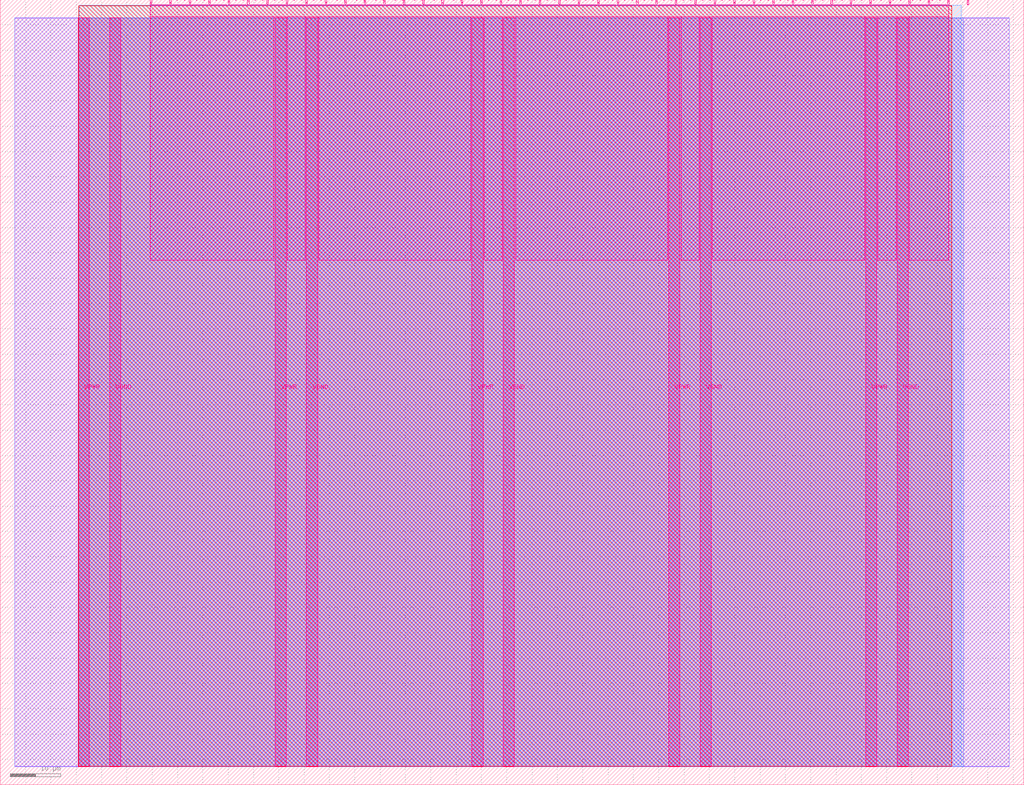
<source format=lef>
VERSION 5.7 ;
  NOWIREEXTENSIONATPIN ON ;
  DIVIDERCHAR "/" ;
  BUSBITCHARS "[]" ;
MACRO tt_um_yuri_panchul_adder_with_flow_control
  CLASS BLOCK ;
  FOREIGN tt_um_yuri_panchul_adder_with_flow_control ;
  ORIGIN 0.000 0.000 ;
  SIZE 202.080 BY 154.980 ;
  PIN VGND
    DIRECTION INOUT ;
    USE GROUND ;
    PORT
      LAYER Metal5 ;
        RECT 21.580 3.560 23.780 151.420 ;
    END
    PORT
      LAYER Metal5 ;
        RECT 60.450 3.560 62.650 151.420 ;
    END
    PORT
      LAYER Metal5 ;
        RECT 99.320 3.560 101.520 151.420 ;
    END
    PORT
      LAYER Metal5 ;
        RECT 138.190 3.560 140.390 151.420 ;
    END
    PORT
      LAYER Metal5 ;
        RECT 177.060 3.560 179.260 151.420 ;
    END
  END VGND
  PIN VPWR
    DIRECTION INOUT ;
    USE POWER ;
    PORT
      LAYER Metal5 ;
        RECT 15.380 3.560 17.580 151.420 ;
    END
    PORT
      LAYER Metal5 ;
        RECT 54.250 3.560 56.450 151.420 ;
    END
    PORT
      LAYER Metal5 ;
        RECT 93.120 3.560 95.320 151.420 ;
    END
    PORT
      LAYER Metal5 ;
        RECT 131.990 3.560 134.190 151.420 ;
    END
    PORT
      LAYER Metal5 ;
        RECT 170.860 3.560 173.060 151.420 ;
    END
  END VPWR
  PIN clk
    DIRECTION INPUT ;
    USE SIGNAL ;
    ANTENNAGATEAREA 0.213200 ;
    PORT
      LAYER Metal5 ;
        RECT 187.050 153.980 187.350 154.980 ;
    END
  END clk
  PIN ena
    DIRECTION INPUT ;
    USE SIGNAL ;
    PORT
      LAYER Metal5 ;
        RECT 190.890 153.980 191.190 154.980 ;
    END
  END ena
  PIN rst_n
    DIRECTION INPUT ;
    USE SIGNAL ;
    ANTENNAGATEAREA 0.527800 ;
    PORT
      LAYER Metal5 ;
        RECT 183.210 153.980 183.510 154.980 ;
    END
  END rst_n
  PIN ui_in[0]
    DIRECTION INPUT ;
    USE SIGNAL ;
    ANTENNAGATEAREA 0.180700 ;
    PORT
      LAYER Metal5 ;
        RECT 179.370 153.980 179.670 154.980 ;
    END
  END ui_in[0]
  PIN ui_in[1]
    DIRECTION INPUT ;
    USE SIGNAL ;
    ANTENNAGATEAREA 0.180700 ;
    PORT
      LAYER Metal5 ;
        RECT 175.530 153.980 175.830 154.980 ;
    END
  END ui_in[1]
  PIN ui_in[2]
    DIRECTION INPUT ;
    USE SIGNAL ;
    ANTENNAGATEAREA 0.180700 ;
    PORT
      LAYER Metal5 ;
        RECT 171.690 153.980 171.990 154.980 ;
    END
  END ui_in[2]
  PIN ui_in[3]
    DIRECTION INPUT ;
    USE SIGNAL ;
    PORT
      LAYER Metal5 ;
        RECT 167.850 153.980 168.150 154.980 ;
    END
  END ui_in[3]
  PIN ui_in[4]
    DIRECTION INPUT ;
    USE SIGNAL ;
    PORT
      LAYER Metal5 ;
        RECT 164.010 153.980 164.310 154.980 ;
    END
  END ui_in[4]
  PIN ui_in[5]
    DIRECTION INPUT ;
    USE SIGNAL ;
    PORT
      LAYER Metal5 ;
        RECT 160.170 153.980 160.470 154.980 ;
    END
  END ui_in[5]
  PIN ui_in[6]
    DIRECTION INPUT ;
    USE SIGNAL ;
    PORT
      LAYER Metal5 ;
        RECT 156.330 153.980 156.630 154.980 ;
    END
  END ui_in[6]
  PIN ui_in[7]
    DIRECTION INPUT ;
    USE SIGNAL ;
    PORT
      LAYER Metal5 ;
        RECT 152.490 153.980 152.790 154.980 ;
    END
  END ui_in[7]
  PIN uio_in[0]
    DIRECTION INPUT ;
    USE SIGNAL ;
    ANTENNAGATEAREA 0.180700 ;
    PORT
      LAYER Metal5 ;
        RECT 148.650 153.980 148.950 154.980 ;
    END
  END uio_in[0]
  PIN uio_in[1]
    DIRECTION INPUT ;
    USE SIGNAL ;
    ANTENNAGATEAREA 0.180700 ;
    PORT
      LAYER Metal5 ;
        RECT 144.810 153.980 145.110 154.980 ;
    END
  END uio_in[1]
  PIN uio_in[2]
    DIRECTION INPUT ;
    USE SIGNAL ;
    ANTENNAGATEAREA 0.180700 ;
    PORT
      LAYER Metal5 ;
        RECT 140.970 153.980 141.270 154.980 ;
    END
  END uio_in[2]
  PIN uio_in[3]
    DIRECTION INPUT ;
    USE SIGNAL ;
    ANTENNAGATEAREA 0.180700 ;
    PORT
      LAYER Metal5 ;
        RECT 137.130 153.980 137.430 154.980 ;
    END
  END uio_in[3]
  PIN uio_in[4]
    DIRECTION INPUT ;
    USE SIGNAL ;
    ANTENNAGATEAREA 0.180700 ;
    PORT
      LAYER Metal5 ;
        RECT 133.290 153.980 133.590 154.980 ;
    END
  END uio_in[4]
  PIN uio_in[5]
    DIRECTION INPUT ;
    USE SIGNAL ;
    ANTENNAGATEAREA 0.180700 ;
    PORT
      LAYER Metal5 ;
        RECT 129.450 153.980 129.750 154.980 ;
    END
  END uio_in[5]
  PIN uio_in[6]
    DIRECTION INPUT ;
    USE SIGNAL ;
    ANTENNAGATEAREA 0.180700 ;
    PORT
      LAYER Metal5 ;
        RECT 125.610 153.980 125.910 154.980 ;
    END
  END uio_in[6]
  PIN uio_in[7]
    DIRECTION INPUT ;
    USE SIGNAL ;
    ANTENNAGATEAREA 0.180700 ;
    PORT
      LAYER Metal5 ;
        RECT 121.770 153.980 122.070 154.980 ;
    END
  END uio_in[7]
  PIN uio_oe[0]
    DIRECTION OUTPUT ;
    USE SIGNAL ;
    ANTENNADIFFAREA 0.299200 ;
    PORT
      LAYER Metal5 ;
        RECT 56.490 153.980 56.790 154.980 ;
    END
  END uio_oe[0]
  PIN uio_oe[1]
    DIRECTION OUTPUT ;
    USE SIGNAL ;
    ANTENNADIFFAREA 0.299200 ;
    PORT
      LAYER Metal5 ;
        RECT 52.650 153.980 52.950 154.980 ;
    END
  END uio_oe[1]
  PIN uio_oe[2]
    DIRECTION OUTPUT ;
    USE SIGNAL ;
    ANTENNADIFFAREA 0.299200 ;
    PORT
      LAYER Metal5 ;
        RECT 48.810 153.980 49.110 154.980 ;
    END
  END uio_oe[2]
  PIN uio_oe[3]
    DIRECTION OUTPUT ;
    USE SIGNAL ;
    ANTENNADIFFAREA 0.299200 ;
    PORT
      LAYER Metal5 ;
        RECT 44.970 153.980 45.270 154.980 ;
    END
  END uio_oe[3]
  PIN uio_oe[4]
    DIRECTION OUTPUT ;
    USE SIGNAL ;
    ANTENNADIFFAREA 0.299200 ;
    PORT
      LAYER Metal5 ;
        RECT 41.130 153.980 41.430 154.980 ;
    END
  END uio_oe[4]
  PIN uio_oe[5]
    DIRECTION OUTPUT ;
    USE SIGNAL ;
    ANTENNADIFFAREA 0.299200 ;
    PORT
      LAYER Metal5 ;
        RECT 37.290 153.980 37.590 154.980 ;
    END
  END uio_oe[5]
  PIN uio_oe[6]
    DIRECTION OUTPUT ;
    USE SIGNAL ;
    ANTENNADIFFAREA 0.299200 ;
    PORT
      LAYER Metal5 ;
        RECT 33.450 153.980 33.750 154.980 ;
    END
  END uio_oe[6]
  PIN uio_oe[7]
    DIRECTION OUTPUT ;
    USE SIGNAL ;
    ANTENNADIFFAREA 0.299200 ;
    PORT
      LAYER Metal5 ;
        RECT 29.610 153.980 29.910 154.980 ;
    END
  END uio_oe[7]
  PIN uio_out[0]
    DIRECTION OUTPUT ;
    USE SIGNAL ;
    ANTENNADIFFAREA 0.299200 ;
    PORT
      LAYER Metal5 ;
        RECT 87.210 153.980 87.510 154.980 ;
    END
  END uio_out[0]
  PIN uio_out[1]
    DIRECTION OUTPUT ;
    USE SIGNAL ;
    ANTENNADIFFAREA 0.299200 ;
    PORT
      LAYER Metal5 ;
        RECT 83.370 153.980 83.670 154.980 ;
    END
  END uio_out[1]
  PIN uio_out[2]
    DIRECTION OUTPUT ;
    USE SIGNAL ;
    ANTENNADIFFAREA 0.299200 ;
    PORT
      LAYER Metal5 ;
        RECT 79.530 153.980 79.830 154.980 ;
    END
  END uio_out[2]
  PIN uio_out[3]
    DIRECTION OUTPUT ;
    USE SIGNAL ;
    ANTENNADIFFAREA 0.299200 ;
    PORT
      LAYER Metal5 ;
        RECT 75.690 153.980 75.990 154.980 ;
    END
  END uio_out[3]
  PIN uio_out[4]
    DIRECTION OUTPUT ;
    USE SIGNAL ;
    ANTENNADIFFAREA 0.299200 ;
    PORT
      LAYER Metal5 ;
        RECT 71.850 153.980 72.150 154.980 ;
    END
  END uio_out[4]
  PIN uio_out[5]
    DIRECTION OUTPUT ;
    USE SIGNAL ;
    ANTENNADIFFAREA 0.299200 ;
    PORT
      LAYER Metal5 ;
        RECT 68.010 153.980 68.310 154.980 ;
    END
  END uio_out[5]
  PIN uio_out[6]
    DIRECTION OUTPUT ;
    USE SIGNAL ;
    ANTENNADIFFAREA 0.299200 ;
    PORT
      LAYER Metal5 ;
        RECT 64.170 153.980 64.470 154.980 ;
    END
  END uio_out[6]
  PIN uio_out[7]
    DIRECTION OUTPUT ;
    USE SIGNAL ;
    ANTENNADIFFAREA 0.299200 ;
    PORT
      LAYER Metal5 ;
        RECT 60.330 153.980 60.630 154.980 ;
    END
  END uio_out[7]
  PIN uo_out[0]
    DIRECTION OUTPUT ;
    USE SIGNAL ;
    ANTENNADIFFAREA 0.706800 ;
    PORT
      LAYER Metal5 ;
        RECT 117.930 153.980 118.230 154.980 ;
    END
  END uo_out[0]
  PIN uo_out[1]
    DIRECTION OUTPUT ;
    USE SIGNAL ;
    ANTENNADIFFAREA 0.654800 ;
    PORT
      LAYER Metal5 ;
        RECT 114.090 153.980 114.390 154.980 ;
    END
  END uo_out[1]
  PIN uo_out[2]
    DIRECTION OUTPUT ;
    USE SIGNAL ;
    ANTENNADIFFAREA 0.654800 ;
    PORT
      LAYER Metal5 ;
        RECT 110.250 153.980 110.550 154.980 ;
    END
  END uo_out[2]
  PIN uo_out[3]
    DIRECTION OUTPUT ;
    USE SIGNAL ;
    ANTENNADIFFAREA 1.008100 ;
    PORT
      LAYER Metal5 ;
        RECT 106.410 153.980 106.710 154.980 ;
    END
  END uo_out[3]
  PIN uo_out[4]
    DIRECTION OUTPUT ;
    USE SIGNAL ;
    ANTENNADIFFAREA 1.008100 ;
    PORT
      LAYER Metal5 ;
        RECT 102.570 153.980 102.870 154.980 ;
    END
  END uo_out[4]
  PIN uo_out[5]
    DIRECTION OUTPUT ;
    USE SIGNAL ;
    ANTENNADIFFAREA 1.008100 ;
    PORT
      LAYER Metal5 ;
        RECT 98.730 153.980 99.030 154.980 ;
    END
  END uo_out[5]
  PIN uo_out[6]
    DIRECTION OUTPUT ;
    USE SIGNAL ;
    ANTENNADIFFAREA 1.008100 ;
    PORT
      LAYER Metal5 ;
        RECT 94.890 153.980 95.190 154.980 ;
    END
  END uo_out[6]
  PIN uo_out[7]
    DIRECTION OUTPUT ;
    USE SIGNAL ;
    ANTENNADIFFAREA 1.008100 ;
    PORT
      LAYER Metal5 ;
        RECT 91.050 153.980 91.350 154.980 ;
    END
  END uo_out[7]
  OBS
      LAYER GatPoly ;
        RECT 2.880 3.630 199.200 151.350 ;
      LAYER Metal1 ;
        RECT 2.880 3.560 199.200 151.420 ;
      LAYER Metal2 ;
        RECT 15.515 3.680 190.225 151.300 ;
      LAYER Metal3 ;
        RECT 15.560 3.635 189.700 153.865 ;
      LAYER Metal4 ;
        RECT 15.515 3.680 187.825 153.820 ;
      LAYER Metal5 ;
        RECT 30.120 153.770 33.240 153.980 ;
        RECT 33.960 153.770 37.080 153.980 ;
        RECT 37.800 153.770 40.920 153.980 ;
        RECT 41.640 153.770 44.760 153.980 ;
        RECT 45.480 153.770 48.600 153.980 ;
        RECT 49.320 153.770 52.440 153.980 ;
        RECT 53.160 153.770 56.280 153.980 ;
        RECT 57.000 153.770 60.120 153.980 ;
        RECT 60.840 153.770 63.960 153.980 ;
        RECT 64.680 153.770 67.800 153.980 ;
        RECT 68.520 153.770 71.640 153.980 ;
        RECT 72.360 153.770 75.480 153.980 ;
        RECT 76.200 153.770 79.320 153.980 ;
        RECT 80.040 153.770 83.160 153.980 ;
        RECT 83.880 153.770 87.000 153.980 ;
        RECT 87.720 153.770 90.840 153.980 ;
        RECT 91.560 153.770 94.680 153.980 ;
        RECT 95.400 153.770 98.520 153.980 ;
        RECT 99.240 153.770 102.360 153.980 ;
        RECT 103.080 153.770 106.200 153.980 ;
        RECT 106.920 153.770 110.040 153.980 ;
        RECT 110.760 153.770 113.880 153.980 ;
        RECT 114.600 153.770 117.720 153.980 ;
        RECT 118.440 153.770 121.560 153.980 ;
        RECT 122.280 153.770 125.400 153.980 ;
        RECT 126.120 153.770 129.240 153.980 ;
        RECT 129.960 153.770 133.080 153.980 ;
        RECT 133.800 153.770 136.920 153.980 ;
        RECT 137.640 153.770 140.760 153.980 ;
        RECT 141.480 153.770 144.600 153.980 ;
        RECT 145.320 153.770 148.440 153.980 ;
        RECT 149.160 153.770 152.280 153.980 ;
        RECT 153.000 153.770 156.120 153.980 ;
        RECT 156.840 153.770 159.960 153.980 ;
        RECT 160.680 153.770 163.800 153.980 ;
        RECT 164.520 153.770 167.640 153.980 ;
        RECT 168.360 153.770 171.480 153.980 ;
        RECT 172.200 153.770 175.320 153.980 ;
        RECT 176.040 153.770 179.160 153.980 ;
        RECT 179.880 153.770 183.000 153.980 ;
        RECT 183.720 153.770 186.840 153.980 ;
        RECT 29.660 151.630 187.300 153.770 ;
        RECT 29.660 103.595 54.040 151.630 ;
        RECT 56.660 103.595 60.240 151.630 ;
        RECT 62.860 103.595 92.910 151.630 ;
        RECT 95.530 103.595 99.110 151.630 ;
        RECT 101.730 103.595 131.780 151.630 ;
        RECT 134.400 103.595 137.980 151.630 ;
        RECT 140.600 103.595 170.650 151.630 ;
        RECT 173.270 103.595 176.850 151.630 ;
        RECT 179.470 103.595 187.300 151.630 ;
  END
END tt_um_yuri_panchul_adder_with_flow_control
END LIBRARY


</source>
